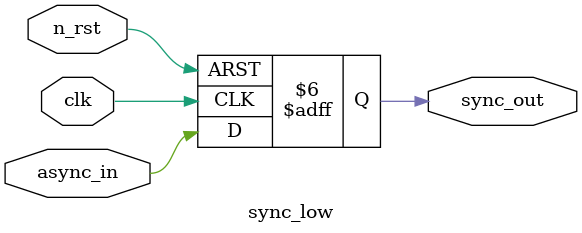
<source format=sv>
module sync_low
(
	input wire clk,
	input wire n_rst,
	input wire async_in,
	output reg sync_out
);

reg midline = 0; //Connector between flip-flops.

//first flip-flop
always_ff @ (posedge clk, negedge n_rst)
begin
	if (n_rst == 1'b0)
	begin
		midline = 1'b0;
	end
	else
	begin
		midline = async_in;
	end
end

//second flip-flop
always_ff @ (posedge clk, negedge n_rst)
begin
	if (n_rst == 1'b0)
	begin
		sync_out = 1'b0;
	end
	else
	begin
		sync_out = async_in;
	end
end

endmodule

</source>
